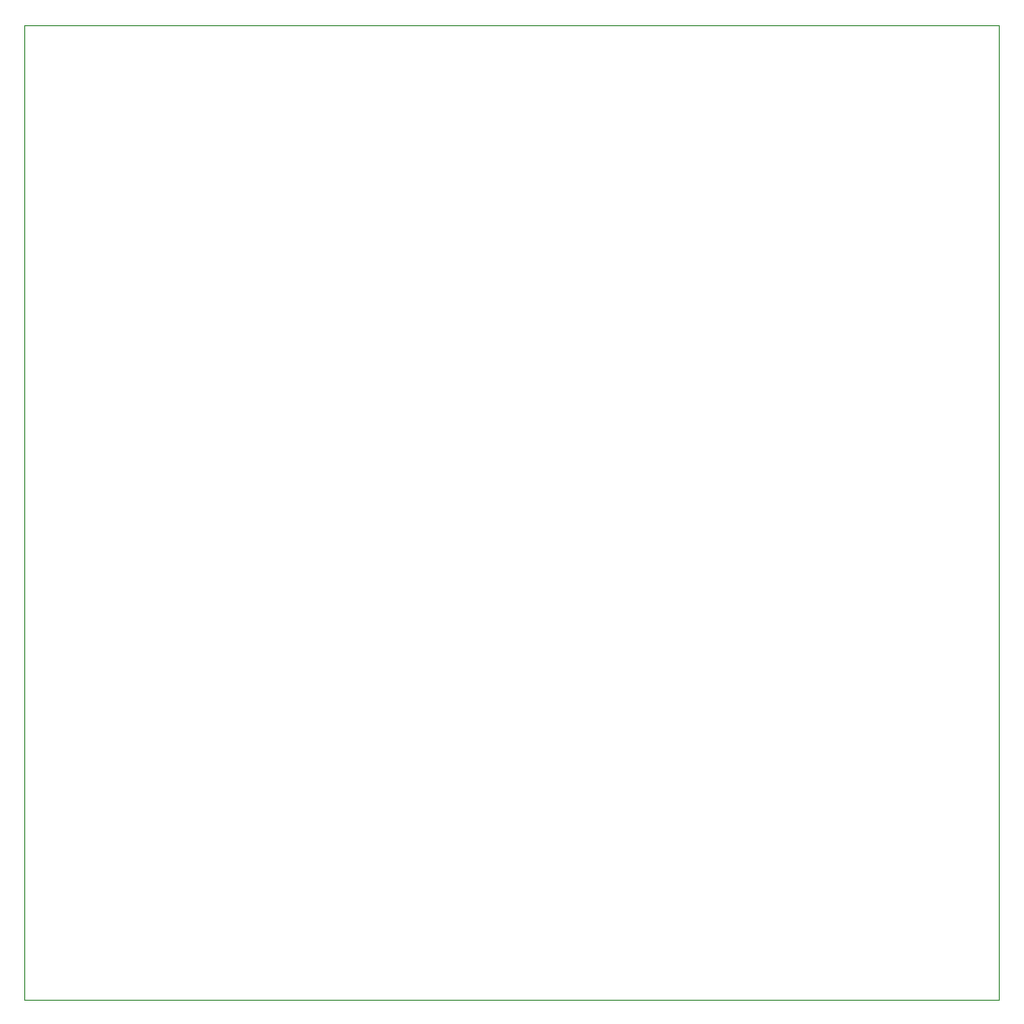
<source format=gbr>
%TF.GenerationSoftware,KiCad,Pcbnew,(7.0.0)*%
%TF.CreationDate,2023-02-28T21:07:10-08:00*%
%TF.ProjectId,semiactive,73656d69-6163-4746-9976-652e6b696361,rev?*%
%TF.SameCoordinates,Original*%
%TF.FileFunction,Profile,NP*%
%FSLAX46Y46*%
G04 Gerber Fmt 4.6, Leading zero omitted, Abs format (unit mm)*
G04 Created by KiCad (PCBNEW (7.0.0)) date 2023-02-28 21:07:10*
%MOMM*%
%LPD*%
G01*
G04 APERTURE LIST*
%TA.AperFunction,Profile*%
%ADD10C,0.050000*%
%TD*%
G04 APERTURE END LIST*
D10*
X199644000Y-126238000D02*
X114644000Y-126238000D01*
X114644000Y-41238000D02*
X199644000Y-41238000D01*
X199644000Y-41238000D02*
X199644000Y-126238000D01*
X114644000Y-126238000D02*
X114644000Y-41238000D01*
M02*

</source>
